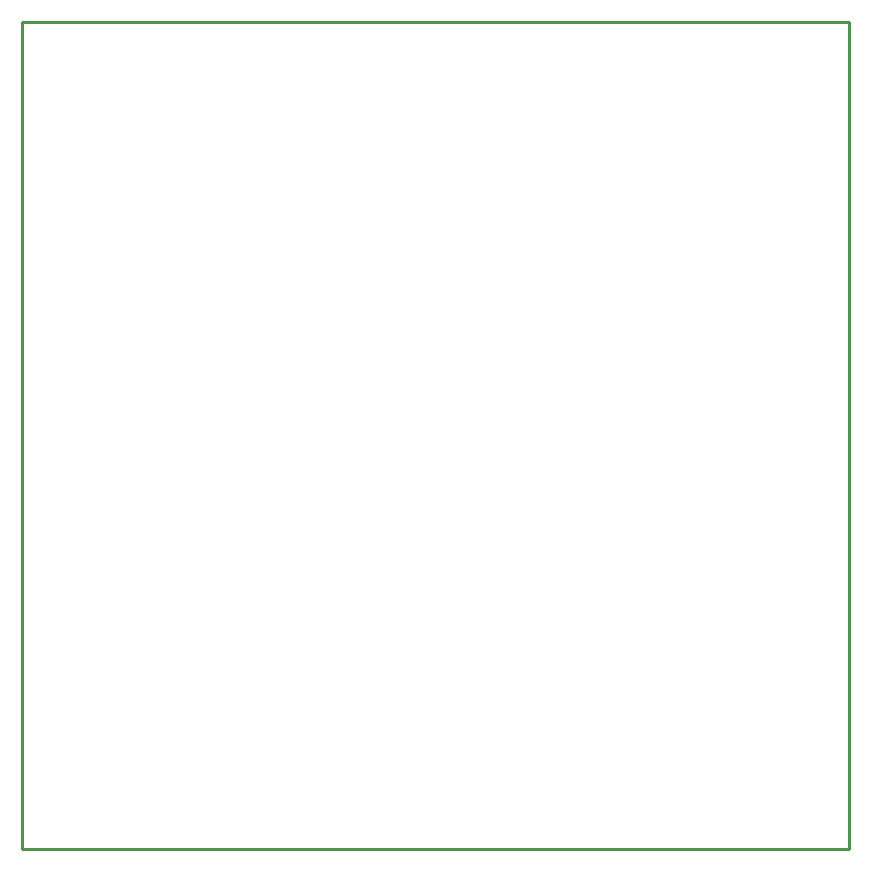
<source format=gm1>
G04 Layer_Color=16711935*
%FSLAX25Y25*%
%MOIN*%
G70*
G01*
G75*
%ADD39C,0.01000*%
D39*
X-137795Y137795D02*
X137795D01*
X-137795Y-137795D02*
Y137795D01*
X137795Y-137795D02*
Y137795D01*
X-137795Y-137795D02*
X137795D01*
M02*

</source>
